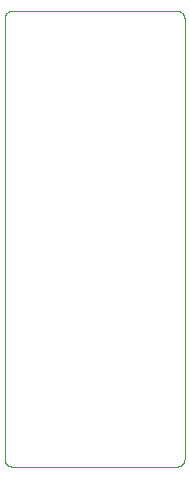
<source format=gbp>
G75*
%MOIN*%
%OFA0B0*%
%FSLAX25Y25*%
%IPPOS*%
%LPD*%
%AMOC8*
5,1,8,0,0,1.08239X$1,22.5*
%
%ADD10C,0.00000*%
D10*
X0042595Y0032058D02*
X0042595Y0178933D01*
X0042597Y0179031D01*
X0042603Y0179129D01*
X0042612Y0179227D01*
X0042626Y0179324D01*
X0042643Y0179421D01*
X0042664Y0179517D01*
X0042689Y0179612D01*
X0042717Y0179706D01*
X0042750Y0179798D01*
X0042785Y0179890D01*
X0042825Y0179980D01*
X0042867Y0180068D01*
X0042914Y0180155D01*
X0042963Y0180239D01*
X0043016Y0180322D01*
X0043072Y0180402D01*
X0043132Y0180481D01*
X0043194Y0180557D01*
X0043259Y0180630D01*
X0043327Y0180701D01*
X0043398Y0180769D01*
X0043471Y0180834D01*
X0043547Y0180896D01*
X0043626Y0180956D01*
X0043706Y0181012D01*
X0043789Y0181065D01*
X0043873Y0181114D01*
X0043960Y0181161D01*
X0044048Y0181203D01*
X0044138Y0181243D01*
X0044230Y0181278D01*
X0044322Y0181311D01*
X0044416Y0181339D01*
X0044511Y0181364D01*
X0044607Y0181385D01*
X0044704Y0181402D01*
X0044801Y0181416D01*
X0044899Y0181425D01*
X0044997Y0181431D01*
X0045095Y0181433D01*
X0100095Y0181433D01*
X0100193Y0181431D01*
X0100291Y0181425D01*
X0100389Y0181416D01*
X0100486Y0181402D01*
X0100583Y0181385D01*
X0100679Y0181364D01*
X0100774Y0181339D01*
X0100868Y0181311D01*
X0100960Y0181278D01*
X0101052Y0181243D01*
X0101142Y0181203D01*
X0101230Y0181161D01*
X0101317Y0181114D01*
X0101401Y0181065D01*
X0101484Y0181012D01*
X0101564Y0180956D01*
X0101643Y0180896D01*
X0101719Y0180834D01*
X0101792Y0180769D01*
X0101863Y0180701D01*
X0101931Y0180630D01*
X0101996Y0180557D01*
X0102058Y0180481D01*
X0102118Y0180402D01*
X0102174Y0180322D01*
X0102227Y0180239D01*
X0102276Y0180155D01*
X0102323Y0180068D01*
X0102365Y0179980D01*
X0102405Y0179890D01*
X0102440Y0179798D01*
X0102473Y0179706D01*
X0102501Y0179612D01*
X0102526Y0179517D01*
X0102547Y0179421D01*
X0102564Y0179324D01*
X0102578Y0179227D01*
X0102587Y0179129D01*
X0102593Y0179031D01*
X0102595Y0178933D01*
X0102595Y0032058D01*
X0102593Y0031960D01*
X0102587Y0031862D01*
X0102578Y0031764D01*
X0102564Y0031667D01*
X0102547Y0031570D01*
X0102526Y0031474D01*
X0102501Y0031379D01*
X0102473Y0031285D01*
X0102440Y0031193D01*
X0102405Y0031101D01*
X0102365Y0031011D01*
X0102323Y0030923D01*
X0102276Y0030836D01*
X0102227Y0030752D01*
X0102174Y0030669D01*
X0102118Y0030589D01*
X0102058Y0030510D01*
X0101996Y0030434D01*
X0101931Y0030361D01*
X0101863Y0030290D01*
X0101792Y0030222D01*
X0101719Y0030157D01*
X0101643Y0030095D01*
X0101564Y0030035D01*
X0101484Y0029979D01*
X0101401Y0029926D01*
X0101317Y0029877D01*
X0101230Y0029830D01*
X0101142Y0029788D01*
X0101052Y0029748D01*
X0100960Y0029713D01*
X0100868Y0029680D01*
X0100774Y0029652D01*
X0100679Y0029627D01*
X0100583Y0029606D01*
X0100486Y0029589D01*
X0100389Y0029575D01*
X0100291Y0029566D01*
X0100193Y0029560D01*
X0100095Y0029558D01*
X0045095Y0029558D01*
X0044997Y0029560D01*
X0044899Y0029566D01*
X0044801Y0029575D01*
X0044704Y0029589D01*
X0044607Y0029606D01*
X0044511Y0029627D01*
X0044416Y0029652D01*
X0044322Y0029680D01*
X0044230Y0029713D01*
X0044138Y0029748D01*
X0044048Y0029788D01*
X0043960Y0029830D01*
X0043873Y0029877D01*
X0043789Y0029926D01*
X0043706Y0029979D01*
X0043626Y0030035D01*
X0043547Y0030095D01*
X0043471Y0030157D01*
X0043398Y0030222D01*
X0043327Y0030290D01*
X0043259Y0030361D01*
X0043194Y0030434D01*
X0043132Y0030510D01*
X0043072Y0030589D01*
X0043016Y0030669D01*
X0042963Y0030752D01*
X0042914Y0030836D01*
X0042867Y0030923D01*
X0042825Y0031011D01*
X0042785Y0031101D01*
X0042750Y0031193D01*
X0042717Y0031285D01*
X0042689Y0031379D01*
X0042664Y0031474D01*
X0042643Y0031570D01*
X0042626Y0031667D01*
X0042612Y0031764D01*
X0042603Y0031862D01*
X0042597Y0031960D01*
X0042595Y0032058D01*
M02*

</source>
